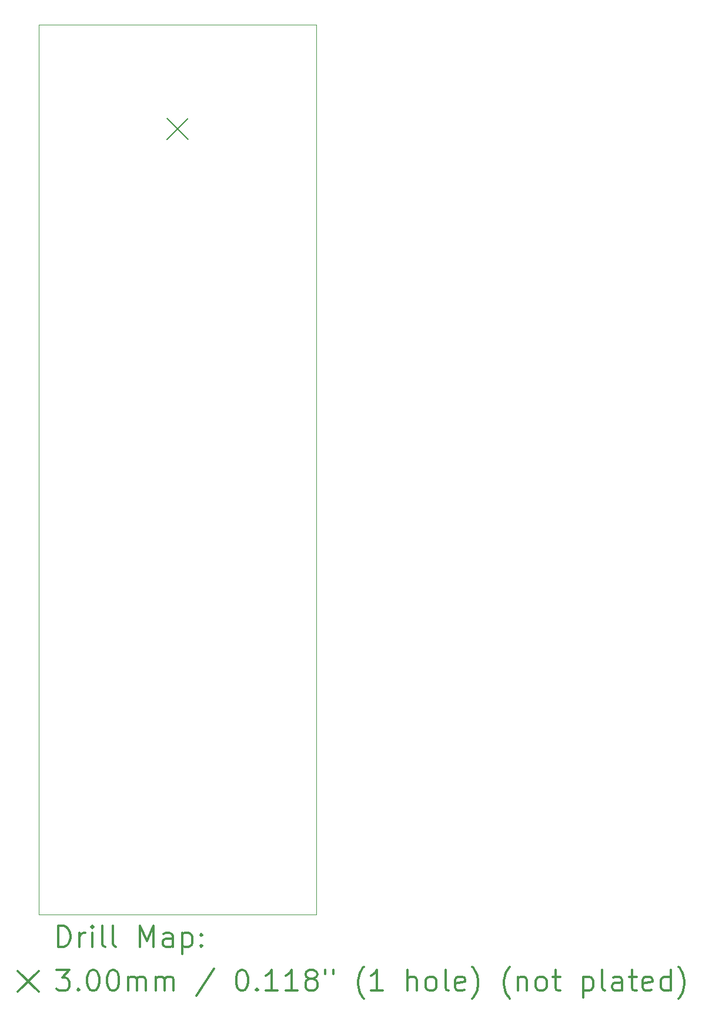
<source format=gbr>
%FSLAX45Y45*%
G04 Gerber Fmt 4.5, Leading zero omitted, Abs format (unit mm)*
G04 Created by KiCad (PCBNEW (5.1.9)-1) date 2021-04-28 19:28:58*
%MOMM*%
%LPD*%
G01*
G04 APERTURE LIST*
%TA.AperFunction,Profile*%
%ADD10C,0.050000*%
%TD*%
%ADD11C,0.200000*%
%ADD12C,0.300000*%
G04 APERTURE END LIST*
D10*
X23300000Y-3600000D02*
X23300000Y-16400000D01*
X19300000Y-3600000D02*
X23300000Y-3600000D01*
X23300000Y-16400000D02*
X19300000Y-16400000D01*
X19300000Y-16400000D02*
X19300000Y-3600000D01*
D11*
X21150000Y-4950000D02*
X21450000Y-5250000D01*
X21450000Y-4950000D02*
X21150000Y-5250000D01*
D12*
X19583928Y-16868214D02*
X19583928Y-16568214D01*
X19655357Y-16568214D01*
X19698214Y-16582500D01*
X19726786Y-16611071D01*
X19741071Y-16639643D01*
X19755357Y-16696786D01*
X19755357Y-16739643D01*
X19741071Y-16796786D01*
X19726786Y-16825357D01*
X19698214Y-16853929D01*
X19655357Y-16868214D01*
X19583928Y-16868214D01*
X19883928Y-16868214D02*
X19883928Y-16668214D01*
X19883928Y-16725357D02*
X19898214Y-16696786D01*
X19912500Y-16682500D01*
X19941071Y-16668214D01*
X19969643Y-16668214D01*
X20069643Y-16868214D02*
X20069643Y-16668214D01*
X20069643Y-16568214D02*
X20055357Y-16582500D01*
X20069643Y-16596786D01*
X20083928Y-16582500D01*
X20069643Y-16568214D01*
X20069643Y-16596786D01*
X20255357Y-16868214D02*
X20226786Y-16853929D01*
X20212500Y-16825357D01*
X20212500Y-16568214D01*
X20412500Y-16868214D02*
X20383928Y-16853929D01*
X20369643Y-16825357D01*
X20369643Y-16568214D01*
X20755357Y-16868214D02*
X20755357Y-16568214D01*
X20855357Y-16782500D01*
X20955357Y-16568214D01*
X20955357Y-16868214D01*
X21226786Y-16868214D02*
X21226786Y-16711071D01*
X21212500Y-16682500D01*
X21183928Y-16668214D01*
X21126786Y-16668214D01*
X21098214Y-16682500D01*
X21226786Y-16853929D02*
X21198214Y-16868214D01*
X21126786Y-16868214D01*
X21098214Y-16853929D01*
X21083928Y-16825357D01*
X21083928Y-16796786D01*
X21098214Y-16768214D01*
X21126786Y-16753929D01*
X21198214Y-16753929D01*
X21226786Y-16739643D01*
X21369643Y-16668214D02*
X21369643Y-16968214D01*
X21369643Y-16682500D02*
X21398214Y-16668214D01*
X21455357Y-16668214D01*
X21483928Y-16682500D01*
X21498214Y-16696786D01*
X21512500Y-16725357D01*
X21512500Y-16811072D01*
X21498214Y-16839643D01*
X21483928Y-16853929D01*
X21455357Y-16868214D01*
X21398214Y-16868214D01*
X21369643Y-16853929D01*
X21641071Y-16839643D02*
X21655357Y-16853929D01*
X21641071Y-16868214D01*
X21626786Y-16853929D01*
X21641071Y-16839643D01*
X21641071Y-16868214D01*
X21641071Y-16682500D02*
X21655357Y-16696786D01*
X21641071Y-16711071D01*
X21626786Y-16696786D01*
X21641071Y-16682500D01*
X21641071Y-16711071D01*
X18997500Y-17212500D02*
X19297500Y-17512500D01*
X19297500Y-17212500D02*
X18997500Y-17512500D01*
X19555357Y-17198214D02*
X19741071Y-17198214D01*
X19641071Y-17312500D01*
X19683928Y-17312500D01*
X19712500Y-17326786D01*
X19726786Y-17341072D01*
X19741071Y-17369643D01*
X19741071Y-17441072D01*
X19726786Y-17469643D01*
X19712500Y-17483929D01*
X19683928Y-17498214D01*
X19598214Y-17498214D01*
X19569643Y-17483929D01*
X19555357Y-17469643D01*
X19869643Y-17469643D02*
X19883928Y-17483929D01*
X19869643Y-17498214D01*
X19855357Y-17483929D01*
X19869643Y-17469643D01*
X19869643Y-17498214D01*
X20069643Y-17198214D02*
X20098214Y-17198214D01*
X20126786Y-17212500D01*
X20141071Y-17226786D01*
X20155357Y-17255357D01*
X20169643Y-17312500D01*
X20169643Y-17383929D01*
X20155357Y-17441072D01*
X20141071Y-17469643D01*
X20126786Y-17483929D01*
X20098214Y-17498214D01*
X20069643Y-17498214D01*
X20041071Y-17483929D01*
X20026786Y-17469643D01*
X20012500Y-17441072D01*
X19998214Y-17383929D01*
X19998214Y-17312500D01*
X20012500Y-17255357D01*
X20026786Y-17226786D01*
X20041071Y-17212500D01*
X20069643Y-17198214D01*
X20355357Y-17198214D02*
X20383928Y-17198214D01*
X20412500Y-17212500D01*
X20426786Y-17226786D01*
X20441071Y-17255357D01*
X20455357Y-17312500D01*
X20455357Y-17383929D01*
X20441071Y-17441072D01*
X20426786Y-17469643D01*
X20412500Y-17483929D01*
X20383928Y-17498214D01*
X20355357Y-17498214D01*
X20326786Y-17483929D01*
X20312500Y-17469643D01*
X20298214Y-17441072D01*
X20283928Y-17383929D01*
X20283928Y-17312500D01*
X20298214Y-17255357D01*
X20312500Y-17226786D01*
X20326786Y-17212500D01*
X20355357Y-17198214D01*
X20583928Y-17498214D02*
X20583928Y-17298214D01*
X20583928Y-17326786D02*
X20598214Y-17312500D01*
X20626786Y-17298214D01*
X20669643Y-17298214D01*
X20698214Y-17312500D01*
X20712500Y-17341072D01*
X20712500Y-17498214D01*
X20712500Y-17341072D02*
X20726786Y-17312500D01*
X20755357Y-17298214D01*
X20798214Y-17298214D01*
X20826786Y-17312500D01*
X20841071Y-17341072D01*
X20841071Y-17498214D01*
X20983928Y-17498214D02*
X20983928Y-17298214D01*
X20983928Y-17326786D02*
X20998214Y-17312500D01*
X21026786Y-17298214D01*
X21069643Y-17298214D01*
X21098214Y-17312500D01*
X21112500Y-17341072D01*
X21112500Y-17498214D01*
X21112500Y-17341072D02*
X21126786Y-17312500D01*
X21155357Y-17298214D01*
X21198214Y-17298214D01*
X21226786Y-17312500D01*
X21241071Y-17341072D01*
X21241071Y-17498214D01*
X21826786Y-17183929D02*
X21569643Y-17569643D01*
X22212500Y-17198214D02*
X22241071Y-17198214D01*
X22269643Y-17212500D01*
X22283928Y-17226786D01*
X22298214Y-17255357D01*
X22312500Y-17312500D01*
X22312500Y-17383929D01*
X22298214Y-17441072D01*
X22283928Y-17469643D01*
X22269643Y-17483929D01*
X22241071Y-17498214D01*
X22212500Y-17498214D01*
X22183928Y-17483929D01*
X22169643Y-17469643D01*
X22155357Y-17441072D01*
X22141071Y-17383929D01*
X22141071Y-17312500D01*
X22155357Y-17255357D01*
X22169643Y-17226786D01*
X22183928Y-17212500D01*
X22212500Y-17198214D01*
X22441071Y-17469643D02*
X22455357Y-17483929D01*
X22441071Y-17498214D01*
X22426786Y-17483929D01*
X22441071Y-17469643D01*
X22441071Y-17498214D01*
X22741071Y-17498214D02*
X22569643Y-17498214D01*
X22655357Y-17498214D02*
X22655357Y-17198214D01*
X22626786Y-17241072D01*
X22598214Y-17269643D01*
X22569643Y-17283929D01*
X23026786Y-17498214D02*
X22855357Y-17498214D01*
X22941071Y-17498214D02*
X22941071Y-17198214D01*
X22912500Y-17241072D01*
X22883928Y-17269643D01*
X22855357Y-17283929D01*
X23198214Y-17326786D02*
X23169643Y-17312500D01*
X23155357Y-17298214D01*
X23141071Y-17269643D01*
X23141071Y-17255357D01*
X23155357Y-17226786D01*
X23169643Y-17212500D01*
X23198214Y-17198214D01*
X23255357Y-17198214D01*
X23283928Y-17212500D01*
X23298214Y-17226786D01*
X23312500Y-17255357D01*
X23312500Y-17269643D01*
X23298214Y-17298214D01*
X23283928Y-17312500D01*
X23255357Y-17326786D01*
X23198214Y-17326786D01*
X23169643Y-17341072D01*
X23155357Y-17355357D01*
X23141071Y-17383929D01*
X23141071Y-17441072D01*
X23155357Y-17469643D01*
X23169643Y-17483929D01*
X23198214Y-17498214D01*
X23255357Y-17498214D01*
X23283928Y-17483929D01*
X23298214Y-17469643D01*
X23312500Y-17441072D01*
X23312500Y-17383929D01*
X23298214Y-17355357D01*
X23283928Y-17341072D01*
X23255357Y-17326786D01*
X23426786Y-17198214D02*
X23426786Y-17255357D01*
X23541071Y-17198214D02*
X23541071Y-17255357D01*
X23983928Y-17612500D02*
X23969643Y-17598214D01*
X23941071Y-17555357D01*
X23926786Y-17526786D01*
X23912500Y-17483929D01*
X23898214Y-17412500D01*
X23898214Y-17355357D01*
X23912500Y-17283929D01*
X23926786Y-17241072D01*
X23941071Y-17212500D01*
X23969643Y-17169643D01*
X23983928Y-17155357D01*
X24255357Y-17498214D02*
X24083928Y-17498214D01*
X24169643Y-17498214D02*
X24169643Y-17198214D01*
X24141071Y-17241072D01*
X24112500Y-17269643D01*
X24083928Y-17283929D01*
X24612500Y-17498214D02*
X24612500Y-17198214D01*
X24741071Y-17498214D02*
X24741071Y-17341072D01*
X24726786Y-17312500D01*
X24698214Y-17298214D01*
X24655357Y-17298214D01*
X24626786Y-17312500D01*
X24612500Y-17326786D01*
X24926786Y-17498214D02*
X24898214Y-17483929D01*
X24883928Y-17469643D01*
X24869643Y-17441072D01*
X24869643Y-17355357D01*
X24883928Y-17326786D01*
X24898214Y-17312500D01*
X24926786Y-17298214D01*
X24969643Y-17298214D01*
X24998214Y-17312500D01*
X25012500Y-17326786D01*
X25026786Y-17355357D01*
X25026786Y-17441072D01*
X25012500Y-17469643D01*
X24998214Y-17483929D01*
X24969643Y-17498214D01*
X24926786Y-17498214D01*
X25198214Y-17498214D02*
X25169643Y-17483929D01*
X25155357Y-17455357D01*
X25155357Y-17198214D01*
X25426786Y-17483929D02*
X25398214Y-17498214D01*
X25341071Y-17498214D01*
X25312500Y-17483929D01*
X25298214Y-17455357D01*
X25298214Y-17341072D01*
X25312500Y-17312500D01*
X25341071Y-17298214D01*
X25398214Y-17298214D01*
X25426786Y-17312500D01*
X25441071Y-17341072D01*
X25441071Y-17369643D01*
X25298214Y-17398214D01*
X25541071Y-17612500D02*
X25555357Y-17598214D01*
X25583928Y-17555357D01*
X25598214Y-17526786D01*
X25612500Y-17483929D01*
X25626786Y-17412500D01*
X25626786Y-17355357D01*
X25612500Y-17283929D01*
X25598214Y-17241072D01*
X25583928Y-17212500D01*
X25555357Y-17169643D01*
X25541071Y-17155357D01*
X26083928Y-17612500D02*
X26069643Y-17598214D01*
X26041071Y-17555357D01*
X26026786Y-17526786D01*
X26012500Y-17483929D01*
X25998214Y-17412500D01*
X25998214Y-17355357D01*
X26012500Y-17283929D01*
X26026786Y-17241072D01*
X26041071Y-17212500D01*
X26069643Y-17169643D01*
X26083928Y-17155357D01*
X26198214Y-17298214D02*
X26198214Y-17498214D01*
X26198214Y-17326786D02*
X26212500Y-17312500D01*
X26241071Y-17298214D01*
X26283928Y-17298214D01*
X26312500Y-17312500D01*
X26326786Y-17341072D01*
X26326786Y-17498214D01*
X26512500Y-17498214D02*
X26483928Y-17483929D01*
X26469643Y-17469643D01*
X26455357Y-17441072D01*
X26455357Y-17355357D01*
X26469643Y-17326786D01*
X26483928Y-17312500D01*
X26512500Y-17298214D01*
X26555357Y-17298214D01*
X26583928Y-17312500D01*
X26598214Y-17326786D01*
X26612500Y-17355357D01*
X26612500Y-17441072D01*
X26598214Y-17469643D01*
X26583928Y-17483929D01*
X26555357Y-17498214D01*
X26512500Y-17498214D01*
X26698214Y-17298214D02*
X26812500Y-17298214D01*
X26741071Y-17198214D02*
X26741071Y-17455357D01*
X26755357Y-17483929D01*
X26783928Y-17498214D01*
X26812500Y-17498214D01*
X27141071Y-17298214D02*
X27141071Y-17598214D01*
X27141071Y-17312500D02*
X27169643Y-17298214D01*
X27226786Y-17298214D01*
X27255357Y-17312500D01*
X27269643Y-17326786D01*
X27283928Y-17355357D01*
X27283928Y-17441072D01*
X27269643Y-17469643D01*
X27255357Y-17483929D01*
X27226786Y-17498214D01*
X27169643Y-17498214D01*
X27141071Y-17483929D01*
X27455357Y-17498214D02*
X27426786Y-17483929D01*
X27412500Y-17455357D01*
X27412500Y-17198214D01*
X27698214Y-17498214D02*
X27698214Y-17341072D01*
X27683928Y-17312500D01*
X27655357Y-17298214D01*
X27598214Y-17298214D01*
X27569643Y-17312500D01*
X27698214Y-17483929D02*
X27669643Y-17498214D01*
X27598214Y-17498214D01*
X27569643Y-17483929D01*
X27555357Y-17455357D01*
X27555357Y-17426786D01*
X27569643Y-17398214D01*
X27598214Y-17383929D01*
X27669643Y-17383929D01*
X27698214Y-17369643D01*
X27798214Y-17298214D02*
X27912500Y-17298214D01*
X27841071Y-17198214D02*
X27841071Y-17455357D01*
X27855357Y-17483929D01*
X27883928Y-17498214D01*
X27912500Y-17498214D01*
X28126786Y-17483929D02*
X28098214Y-17498214D01*
X28041071Y-17498214D01*
X28012500Y-17483929D01*
X27998214Y-17455357D01*
X27998214Y-17341072D01*
X28012500Y-17312500D01*
X28041071Y-17298214D01*
X28098214Y-17298214D01*
X28126786Y-17312500D01*
X28141071Y-17341072D01*
X28141071Y-17369643D01*
X27998214Y-17398214D01*
X28398214Y-17498214D02*
X28398214Y-17198214D01*
X28398214Y-17483929D02*
X28369643Y-17498214D01*
X28312500Y-17498214D01*
X28283928Y-17483929D01*
X28269643Y-17469643D01*
X28255357Y-17441072D01*
X28255357Y-17355357D01*
X28269643Y-17326786D01*
X28283928Y-17312500D01*
X28312500Y-17298214D01*
X28369643Y-17298214D01*
X28398214Y-17312500D01*
X28512500Y-17612500D02*
X28526786Y-17598214D01*
X28555357Y-17555357D01*
X28569643Y-17526786D01*
X28583928Y-17483929D01*
X28598214Y-17412500D01*
X28598214Y-17355357D01*
X28583928Y-17283929D01*
X28569643Y-17241072D01*
X28555357Y-17212500D01*
X28526786Y-17169643D01*
X28512500Y-17155357D01*
M02*

</source>
